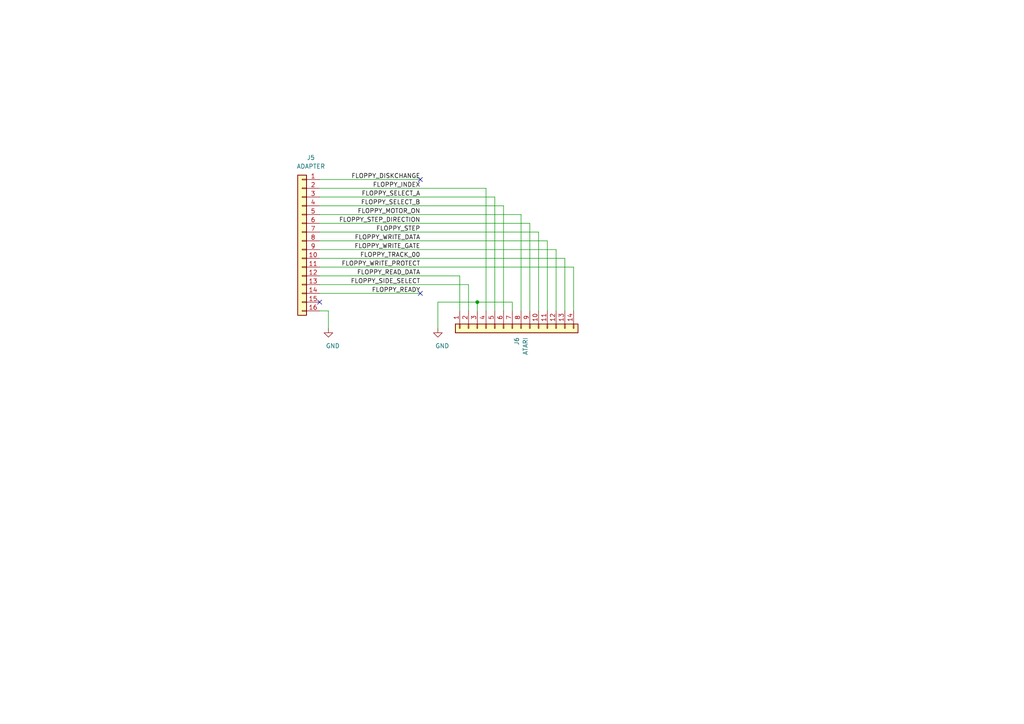
<source format=kicad_sch>
(kicad_sch (version 20201015) (generator eeschema)
  (paper "A4")
  (lib_symbols
    (symbol "Connector_Generic:Conn_01x14" (pin_names (offset 1.016) hide)
      (property "Reference" "J" (at 0 17.78 0))
      (property "Value" "Conn_01x14" (at 0 -20.32 0))
      (symbol "Conn_01x14_1_1"
        (rectangle (start -1.27 -4.953) (end 0 -5.207) (stroke (width 0.1524)))
        (rectangle (start -1.27 -7.493) (end 0 -7.747) (stroke (width 0.1524)))
        (rectangle (start -1.27 -10.033) (end 0 -10.287) (stroke (width 0.1524)))
        (rectangle (start -1.27 -12.573) (end 0 -12.827) (stroke (width 0.1524)))
        (rectangle (start -1.27 -15.113) (end 0 -15.367) (stroke (width 0.1524)))
        (rectangle (start -1.27 -17.653) (end 0 -17.907) (stroke (width 0.1524)))
        (rectangle (start -1.27 -2.413) (end 0 -2.667) (stroke (width 0.1524)))
        (rectangle (start -1.27 2.667) (end 0 2.413) (stroke (width 0.1524)))
        (rectangle (start -1.27 5.207) (end 0 4.953) (stroke (width 0.1524)))
        (rectangle (start -1.27 7.747) (end 0 7.493) (stroke (width 0.1524)))
        (rectangle (start -1.27 10.287) (end 0 10.033) (stroke (width 0.1524)))
        (rectangle (start -1.27 0.127) (end 0 -0.127) (stroke (width 0.1524)))
        (rectangle (start -1.27 12.827) (end 0 12.573) (stroke (width 0.1524)))
        (rectangle (start -1.27 15.367) (end 0 15.113) (stroke (width 0.1524)))
        (rectangle (start -1.27 16.51) (end 1.27 -19.05) (stroke (width 0.254)) (fill (type background)))
        (pin passive line (at -5.08 15.24 0) (length 3.81) (name "Pin_1") (number "1"))
        (pin passive line (at -5.08 -7.62 0) (length 3.81) (name "Pin_10") (number "10"))
        (pin passive line (at -5.08 -10.16 0) (length 3.81) (name "Pin_11") (number "11"))
        (pin passive line (at -5.08 -12.7 0) (length 3.81) (name "Pin_12") (number "12"))
        (pin passive line (at -5.08 -15.24 0) (length 3.81) (name "Pin_13") (number "13"))
        (pin passive line (at -5.08 -17.78 0) (length 3.81) (name "Pin_14") (number "14"))
        (pin passive line (at -5.08 12.7 0) (length 3.81) (name "Pin_2") (number "2"))
        (pin passive line (at -5.08 10.16 0) (length 3.81) (name "Pin_3") (number "3"))
        (pin passive line (at -5.08 7.62 0) (length 3.81) (name "Pin_4") (number "4"))
        (pin passive line (at -5.08 5.08 0) (length 3.81) (name "Pin_5") (number "5"))
        (pin passive line (at -5.08 2.54 0) (length 3.81) (name "Pin_6") (number "6"))
        (pin passive line (at -5.08 0 0) (length 3.81) (name "Pin_7") (number "7"))
        (pin passive line (at -5.08 -2.54 0) (length 3.81) (name "Pin_8") (number "8"))
        (pin passive line (at -5.08 -5.08 0) (length 3.81) (name "Pin_9") (number "9"))
      )
    )
    (symbol "Connector_Generic:Conn_01x16" (pin_names (offset 1.016) hide)
      (property "Reference" "J" (at 0 20.32 0))
      (property "Value" "Conn_01x16" (at 0 -22.86 0))
      (symbol "Conn_01x16_1_1"
        (rectangle (start -1.27 -4.953) (end 0 -5.207) (stroke (width 0.1524)))
        (rectangle (start -1.27 -7.493) (end 0 -7.747) (stroke (width 0.1524)))
        (rectangle (start -1.27 -10.033) (end 0 -10.287) (stroke (width 0.1524)))
        (rectangle (start -1.27 -12.573) (end 0 -12.827) (stroke (width 0.1524)))
        (rectangle (start -1.27 -15.113) (end 0 -15.367) (stroke (width 0.1524)))
        (rectangle (start -1.27 -17.653) (end 0 -17.907) (stroke (width 0.1524)))
        (rectangle (start -1.27 -20.193) (end 0 -20.447) (stroke (width 0.1524)))
        (rectangle (start -1.27 -2.413) (end 0 -2.667) (stroke (width 0.1524)))
        (rectangle (start -1.27 2.667) (end 0 2.413) (stroke (width 0.1524)))
        (rectangle (start -1.27 5.207) (end 0 4.953) (stroke (width 0.1524)))
        (rectangle (start -1.27 7.747) (end 0 7.493) (stroke (width 0.1524)))
        (rectangle (start -1.27 10.287) (end 0 10.033) (stroke (width 0.1524)))
        (rectangle (start -1.27 0.127) (end 0 -0.127) (stroke (width 0.1524)))
        (rectangle (start -1.27 12.827) (end 0 12.573) (stroke (width 0.1524)))
        (rectangle (start -1.27 15.367) (end 0 15.113) (stroke (width 0.1524)))
        (rectangle (start -1.27 17.907) (end 0 17.653) (stroke (width 0.1524)))
        (rectangle (start -1.27 19.05) (end 1.27 -21.59) (stroke (width 0.254)) (fill (type background)))
        (pin passive line (at -5.08 17.78 0) (length 3.81) (name "Pin_1") (number "1"))
        (pin passive line (at -5.08 -5.08 0) (length 3.81) (name "Pin_10") (number "10"))
        (pin passive line (at -5.08 -7.62 0) (length 3.81) (name "Pin_11") (number "11"))
        (pin passive line (at -5.08 -10.16 0) (length 3.81) (name "Pin_12") (number "12"))
        (pin passive line (at -5.08 -12.7 0) (length 3.81) (name "Pin_13") (number "13"))
        (pin passive line (at -5.08 -15.24 0) (length 3.81) (name "Pin_14") (number "14"))
        (pin passive line (at -5.08 -17.78 0) (length 3.81) (name "Pin_15") (number "15"))
        (pin passive line (at -5.08 -20.32 0) (length 3.81) (name "Pin_16") (number "16"))
        (pin passive line (at -5.08 15.24 0) (length 3.81) (name "Pin_2") (number "2"))
        (pin passive line (at -5.08 12.7 0) (length 3.81) (name "Pin_3") (number "3"))
        (pin passive line (at -5.08 10.16 0) (length 3.81) (name "Pin_4") (number "4"))
        (pin passive line (at -5.08 7.62 0) (length 3.81) (name "Pin_5") (number "5"))
        (pin passive line (at -5.08 5.08 0) (length 3.81) (name "Pin_6") (number "6"))
        (pin passive line (at -5.08 2.54 0) (length 3.81) (name "Pin_7") (number "7"))
        (pin passive line (at -5.08 0 0) (length 3.81) (name "Pin_8") (number "8"))
        (pin passive line (at -5.08 -2.54 0) (length 3.81) (name "Pin_9") (number "9"))
      )
    )
    (symbol "power:GND" (power) (pin_names (offset 0))
      (property "Value" "GND" (at 0 -3.81 0))
      (symbol "GND_0_1"
        (polyline (pts (xy 0 0) (xy 0 -1.27) (xy 1.27 -1.27) (xy 0 -2.54) (xy -1.27 -1.27) (xy 0 -1.27)))
      )
      (symbol "GND_1_1"
        (pin power_in line (at 0 0 270) (length 0) hide (name "GND") (number "1"))
      )
    )
  )
  (junction (at 138.43 87.63) (diameter 0.9144))
  (no_connect (at 121.92 85.09))
  (no_connect (at 92.71 87.63))
  (no_connect (at 121.92 52.07))
  (wire (pts (xy 92.71 52.07) (xy 121.92 52.07)))
  (wire (pts (xy 92.71 54.61) (xy 140.97 54.61)))
  (wire (pts (xy 92.71 57.15) (xy 143.51 57.15)))
  (wire (pts (xy 92.71 59.69) (xy 146.05 59.69)))
  (wire (pts (xy 92.71 62.23) (xy 151.13 62.23)))
  (wire (pts (xy 92.71 64.77) (xy 153.67 64.77)))
  (wire (pts (xy 92.71 67.31) (xy 156.21 67.31)))
  (wire (pts (xy 92.71 69.85) (xy 158.75 69.85)))
  (wire (pts (xy 92.71 72.39) (xy 161.29 72.39)))
  (wire (pts (xy 92.71 74.93) (xy 163.83 74.93)))
  (wire (pts (xy 92.71 77.47) (xy 166.37 77.47)))
  (wire (pts (xy 92.71 80.01) (xy 133.35 80.01)))
  (wire (pts (xy 92.71 82.55) (xy 135.89 82.55)))
  (wire (pts (xy 95.25 90.17) (xy 92.71 90.17)))
  (wire (pts (xy 95.25 95.25) (xy 95.25 90.17)))
  (wire (pts (xy 121.92 85.09) (xy 92.71 85.09)))
  (wire (pts (xy 127 87.63) (xy 127 95.25)))
  (wire (pts (xy 127 87.63) (xy 138.43 87.63)))
  (wire (pts (xy 133.35 90.17) (xy 133.35 80.01)))
  (wire (pts (xy 135.89 90.17) (xy 135.89 82.55)))
  (wire (pts (xy 138.43 87.63) (xy 138.43 90.17)))
  (wire (pts (xy 138.43 87.63) (xy 148.59 87.63)))
  (wire (pts (xy 140.97 90.17) (xy 140.97 54.61)))
  (wire (pts (xy 143.51 90.17) (xy 143.51 57.15)))
  (wire (pts (xy 146.05 90.17) (xy 146.05 59.69)))
  (wire (pts (xy 148.59 90.17) (xy 148.59 87.63)))
  (wire (pts (xy 151.13 90.17) (xy 151.13 62.23)))
  (wire (pts (xy 153.67 90.17) (xy 153.67 64.77)))
  (wire (pts (xy 156.21 90.17) (xy 156.21 67.31)))
  (wire (pts (xy 158.75 90.17) (xy 158.75 69.85)))
  (wire (pts (xy 161.29 90.17) (xy 161.29 72.39)))
  (wire (pts (xy 163.83 90.17) (xy 163.83 74.93)))
  (wire (pts (xy 166.37 77.47) (xy 166.37 90.17)))
  (label "FLOPPY_DISKCHANGE" (at 121.92 52.07 180))
  (label "FLOPPY_INDEX" (at 121.92 54.61 180))
  (label "FLOPPY_SELECT_A" (at 121.92 57.15 180))
  (label "FLOPPY_SELECT_B" (at 121.92 59.69 180))
  (label "FLOPPY_MOTOR_ON" (at 121.92 62.23 180))
  (label "FLOPPY_STEP_DIRECTION" (at 121.92 64.77 180))
  (label "FLOPPY_STEP" (at 121.92 67.31 180))
  (label "FLOPPY_WRITE_DATA" (at 121.92 69.85 180))
  (label "FLOPPY_WRITE_GATE" (at 121.92 72.39 180))
  (label "FLOPPY_TRACK_00" (at 121.92 74.93 180))
  (label "FLOPPY_WRITE_PROTECT" (at 121.92 77.47 180))
  (label "FLOPPY_READ_DATA" (at 121.92 80.01 180))
  (label "FLOPPY_SIDE_SELECT" (at 121.92 82.55 180))
  (label "FLOPPY_READY" (at 121.92 85.09 180))
  (symbol (lib_id "power:GND") (at 95.25 95.25 0) (unit 1)
    (property "Reference" "#PWR0103" (effects hide))
    (property "Value" "GND" (at 96.52 100.33 0))
  )
  (symbol (lib_id "power:GND") (at 127 95.25 0) (unit 1)
    (property "Reference" "#PWR0101" (effects hide))
    (property "Value" "GND" (at 128.27 100.33 0))
  )
  (symbol (lib_id "Connector_Generic:Conn_01x14") (at 148.59 95.25 90) (mirror x) (unit 1)
    (property "Reference" "J6" (at 149.86 97.79 0) (effects (justify left)))
    (property "Value" "ATARI" (at 152.4 97.79 0) (effects (justify left)))
    (property "Footprint" "parts:DIN14" (effects hide))
  )
  (symbol (lib_id "Connector_Generic:Conn_01x16") (at 87.63 69.85 0) (mirror y) (unit 1)
    (property "Reference" "J5" (at 90.17 45.72 0))
    (property "Value" "ADAPTER" (at 90.17 48.26 0))
    (property "Footprint" "Connector_IDC:IDC-Header_2x08_P2.54mm_Vertical" (effects hide))
  )
)
</source>
